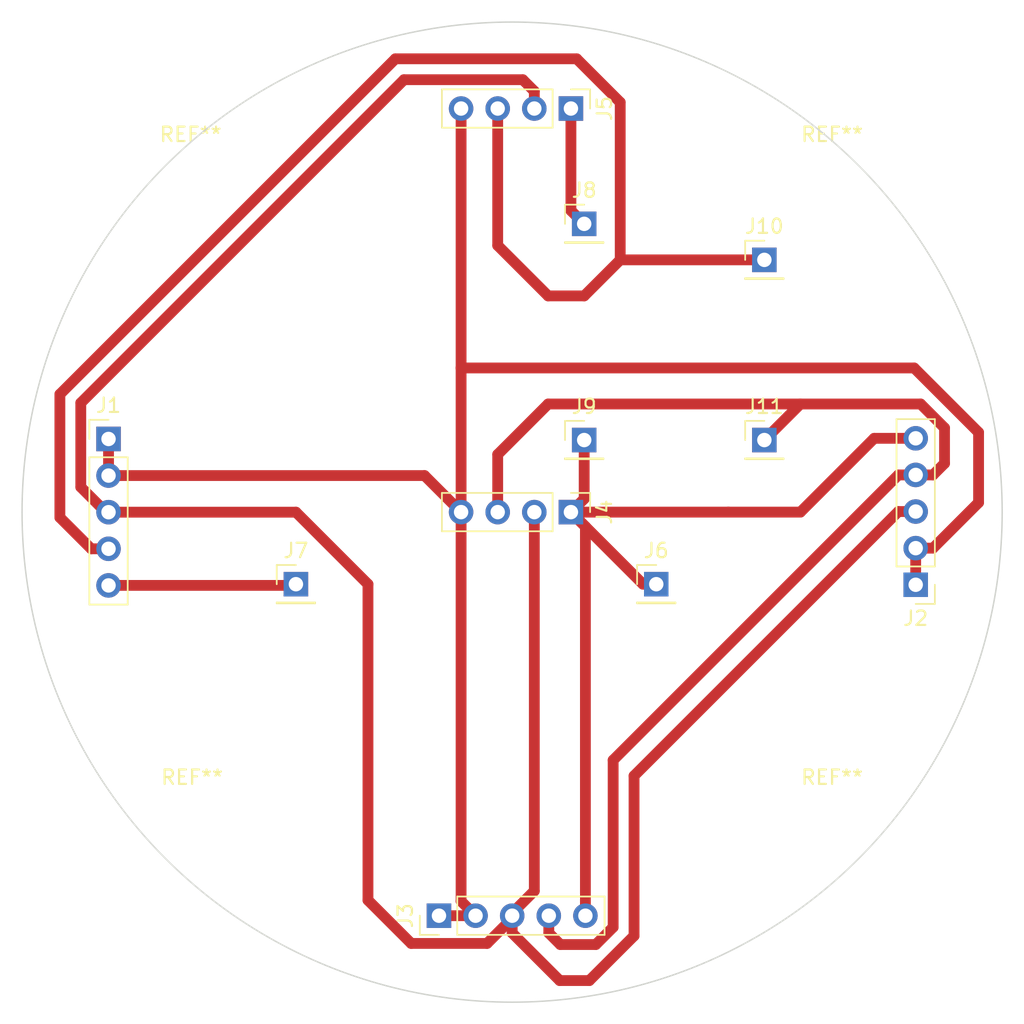
<source format=kicad_pcb>
(kicad_pcb (version 20221018) (generator pcbnew)
  (layers (0 "F.Cu" signal) (31 "B.Cu" signal) (34 "B.Paste" user) (35 "F.Paste" user) (36 "B.SilkS" user "B.Silkscreen") (37 "F.SilkS" user "F.Silkscreen") (38 "B.Mask" user) (39 "F.Mask" user) (44 "Edge.Cuts" user))
  (net 0 "")
  (net 1 "信号線")
  (net 2 "GND")
  (net 3 "5V")
  (net 4 "LED")
  (footprint "Connector_PinHeader_2.54mm:PinHeader_1x01_P2.54mm_Vertical" (layer "F.Cu") (at 155 80)
    (fp_text reference "J8" (at 0 -2.33) (layer "F.SilkS"))
    (fp_text value "Conn_01x01_Socket")
    (fp_line (start -1.33 -1.33) (end 0 -1.33) (stroke (width 0.12)) (layer "F.SilkS"))
    (fp_line (start -1.33 0) (end -1.33 -1.33) (stroke (width 0.12)) (layer "F.SilkS"))
    (fp_line (start -1.33 1.27) (end -1.33 1.33) (stroke (width 0.12)) (layer "F.SilkS"))
    (fp_line (start -1.33 1.27) (end 1.33 1.27) (stroke (width 0.12)) (layer "F.SilkS"))
    (fp_line (start -1.33 1.33) (end 1.33 1.33) (stroke (width 0.12)) (layer "F.SilkS"))
    (fp_line (start 1.33 1.27) (end 1.33 1.33) (stroke (width 0.12)) (layer "F.SilkS"))
    (pad "1" thru_hole rect (at 0 0) (size 1.7 1.7) (drill 1) (layers "*.Cu" "*.Mask") (net 4 "LED"))
  )
  (footprint "Connector_PinHeader_2.54mm:PinHeader_1x05_P2.54mm_Vertical" (layer "F.Cu") (at 122 94.925)
    (fp_text reference "J1" (at 0 -2.33) (layer "F.SilkS"))
    (fp_text value "Conn_01x05_Socket")
    (fp_line (start -1.33 -1.33) (end 0 -1.33) (stroke (width 0.12)) (layer "F.SilkS"))
    (fp_line (start -1.33 0) (end -1.33 -1.33) (stroke (width 0.12)) (layer "F.SilkS"))
    (fp_line (start -1.33 1.27) (end -1.33 11.49) (stroke (width 0.12)) (layer "F.SilkS"))
    (fp_line (start -1.33 1.27) (end 1.33 1.27) (stroke (width 0.12)) (layer "F.SilkS"))
    (fp_line (start -1.33 11.49) (end 1.33 11.49) (stroke (width 0.12)) (layer "F.SilkS"))
    (fp_line (start 1.33 1.27) (end 1.33 11.49) (stroke (width 0.12)) (layer "F.SilkS"))
    (pad "1" thru_hole rect (at 0 0) (size 1.7 1.7) (drill 1) (layers "*.Cu" "*.Mask") (net 1 "信号線"))
    (pad "2" thru_hole oval (at 0 2.54) (size 1.7 1.7) (drill 1) (layers "*.Cu" "*.Mask") (net 1 "信号線"))
    (pad "3" thru_hole oval (at 0 5.08) (size 1.7 1.7) (drill 1) (layers "*.Cu" "*.Mask") (net 2 "GND"))
    (pad "4" thru_hole oval (at 0 7.62) (size 1.7 1.7) (drill 1) (layers "*.Cu" "*.Mask") (net 3 "5V"))
    (pad "5" thru_hole oval (at 0 10.16) (size 1.7 1.7) (drill 1) (layers "*.Cu" "*.Mask") (net 4 "LED"))
  )
  (footprint "Connector_PinHeader_2.54mm:PinHeader_1x01_P2.54mm_Vertical" (layer "F.Cu") (at 167.5 95)
    (fp_text reference "J11" (at 0 -2.33) (layer "F.SilkS"))
    (fp_text value "Conn_01x01_Socket")
    (fp_line (start -1.33 -1.33) (end 0 -1.33) (stroke (width 0.12)) (layer "F.SilkS"))
    (fp_line (start -1.33 0) (end -1.33 -1.33) (stroke (width 0.12)) (layer "F.SilkS"))
    (fp_line (start -1.33 1.27) (end -1.33 1.33) (stroke (width 0.12)) (layer "F.SilkS"))
    (fp_line (start -1.33 1.27) (end 1.33 1.27) (stroke (width 0.12)) (layer "F.SilkS"))
    (fp_line (start -1.33 1.33) (end 1.33 1.33) (stroke (width 0.12)) (layer "F.SilkS"))
    (fp_line (start 1.33 1.27) (end 1.33 1.33) (stroke (width 0.12)) (layer "F.SilkS"))
    (pad "1" thru_hole rect (at 0 0) (size 1.7 1.7) (drill 1) (layers "*.Cu" "*.Mask") (net 3 "5V"))
  )
  (footprint "Connector_PinHeader_2.54mm:PinHeader_1x01_P2.54mm_Vertical" (layer "F.Cu") (at 160 105)
    (fp_text reference "J6" (at 0 -2.33) (layer "F.SilkS"))
    (fp_text value "Conn_01x01_Socket")
    (fp_line (start -1.33 -1.33) (end 0 -1.33) (stroke (width 0.12)) (layer "F.SilkS"))
    (fp_line (start -1.33 0) (end -1.33 -1.33) (stroke (width 0.12)) (layer "F.SilkS"))
    (fp_line (start -1.33 1.27) (end -1.33 1.33) (stroke (width 0.12)) (layer "F.SilkS"))
    (fp_line (start -1.33 1.27) (end 1.33 1.27) (stroke (width 0.12)) (layer "F.SilkS"))
    (fp_line (start -1.33 1.33) (end 1.33 1.33) (stroke (width 0.12)) (layer "F.SilkS"))
    (fp_line (start 1.33 1.27) (end 1.33 1.33) (stroke (width 0.12)) (layer "F.SilkS"))
    (pad "1" thru_hole rect (at 0 0) (size 1.7 1.7) (drill 1) (layers "*.Cu" "*.Mask") (net 4 "LED"))
  )
  (footprint "MountingHole:MountingHole_3.2mm_M3" (layer "F.Cu") (at 127.8 122.6)
    (fp_text reference "REF**" (at 0 -4.2) (layer "F.SilkS"))
    (fp_text value "MountingHole_3.2mm_M3")
    (pad "" np_thru_hole circle (at 0 0) (size 3.2 3.2) (drill 3.2) (layers "*.Cu" "*.Mask"))
  )
  (footprint "Connector_PinHeader_2.54mm:PinHeader_1x05_P2.54mm_Vertical" (layer "F.Cu") (at 178 105.04 180)
    (fp_text reference "J2" (at 0 -2.33) (layer "F.SilkS"))
    (fp_text value "Conn_01x05_Socket")
    (fp_line (start -1.33 -1.33) (end 0 -1.33) (stroke (width 0.12)) (layer "F.SilkS"))
    (fp_line (start -1.33 0) (end -1.33 -1.33) (stroke (width 0.12)) (layer "F.SilkS"))
    (fp_line (start -1.33 1.27) (end -1.33 11.49) (stroke (width 0.12)) (layer "F.SilkS"))
    (fp_line (start -1.33 1.27) (end 1.33 1.27) (stroke (width 0.12)) (layer "F.SilkS"))
    (fp_line (start -1.33 11.49) (end 1.33 11.49) (stroke (width 0.12)) (layer "F.SilkS"))
    (fp_line (start 1.33 1.27) (end 1.33 11.49) (stroke (width 0.12)) (layer "F.SilkS"))
    (pad "1" thru_hole rect (at 0 0 180) (size 1.7 1.7) (drill 1) (layers "*.Cu" "*.Mask") (net 1 "信号線"))
    (pad "2" thru_hole oval (at 0 2.54 180) (size 1.7 1.7) (drill 1) (layers "*.Cu" "*.Mask") (net 1 "信号線"))
    (pad "3" thru_hole oval (at 0 5.08 180) (size 1.7 1.7) (drill 1) (layers "*.Cu" "*.Mask") (net 2 "GND"))
    (pad "4" thru_hole oval (at 0 7.62 180) (size 1.7 1.7) (drill 1) (layers "*.Cu" "*.Mask") (net 3 "5V"))
    (pad "5" thru_hole oval (at 0 10.16 180) (size 1.7 1.7) (drill 1) (layers "*.Cu" "*.Mask") (net 4 "LED"))
  )
  (footprint "Connector_PinHeader_2.54mm:PinHeader_1x04_P2.54mm_Vertical" (layer "F.Cu") (at 154.08 72 -90)
    (fp_text reference "J5" (at 0 -2.33 90) (layer "F.SilkS"))
    (fp_text value "Conn_01x04_Socket")
    (fp_line (start -1.33 -1.33) (end 0 -1.33) (stroke (width 0.12)) (layer "F.SilkS"))
    (fp_line (start -1.33 0) (end -1.33 -1.33) (stroke (width 0.12)) (layer "F.SilkS"))
    (fp_line (start -1.33 1.27) (end -1.33 8.95) (stroke (width 0.12)) (layer "F.SilkS"))
    (fp_line (start -1.33 1.27) (end 1.33 1.27) (stroke (width 0.12)) (layer "F.SilkS"))
    (fp_line (start -1.33 8.95) (end 1.33 8.95) (stroke (width 0.12)) (layer "F.SilkS"))
    (fp_line (start 1.33 1.27) (end 1.33 8.95) (stroke (width 0.12)) (layer "F.SilkS"))
    (pad "1" thru_hole rect (at 0 0 270) (size 1.7 1.7) (drill 1) (layers "*.Cu" "*.Mask") (net 4 "LED"))
    (pad "2" thru_hole oval (at 0 2.54 270) (size 1.7 1.7) (drill 1) (layers "*.Cu" "*.Mask") (net 2 "GND"))
    (pad "3" thru_hole oval (at 0 5.08 270) (size 1.7 1.7) (drill 1) (layers "*.Cu" "*.Mask") (net 3 "5V"))
    (pad "4" thru_hole oval (at 0 7.62 270) (size 1.7 1.7) (drill 1) (layers "*.Cu" "*.Mask") (net 1 "信号線"))
  )
  (footprint "Connector_PinHeader_2.54mm:PinHeader_1x05_P2.54mm_Vertical" (layer "F.Cu") (at 144.925 128 90)
    (fp_text reference "J3" (at 0 -2.33 90) (layer "F.SilkS"))
    (fp_text value "Conn_01x05_Socket")
    (fp_line (start -1.33 -1.33) (end 0 -1.33) (stroke (width 0.12)) (layer "F.SilkS"))
    (fp_line (start -1.33 0) (end -1.33 -1.33) (stroke (width 0.12)) (layer "F.SilkS"))
    (fp_line (start -1.33 1.27) (end -1.33 11.49) (stroke (width 0.12)) (layer "F.SilkS"))
    (fp_line (start -1.33 1.27) (end 1.33 1.27) (stroke (width 0.12)) (layer "F.SilkS"))
    (fp_line (start -1.33 11.49) (end 1.33 11.49) (stroke (width 0.12)) (layer "F.SilkS"))
    (fp_line (start 1.33 1.27) (end 1.33 11.49) (stroke (width 0.12)) (layer "F.SilkS"))
    (pad "1" thru_hole rect (at 0 0 90) (size 1.7 1.7) (drill 1) (layers "*.Cu" "*.Mask") (net 1 "信号線"))
    (pad "2" thru_hole oval (at 0 2.54 90) (size 1.7 1.7) (drill 1) (layers "*.Cu" "*.Mask") (net 1 "信号線"))
    (pad "3" thru_hole oval (at 0 5.08 90) (size 1.7 1.7) (drill 1) (layers "*.Cu" "*.Mask") (net 2 "GND"))
    (pad "4" thru_hole oval (at 0 7.62 90) (size 1.7 1.7) (drill 1) (layers "*.Cu" "*.Mask") (net 3 "5V"))
    (pad "5" thru_hole oval (at 0 10.16 90) (size 1.7 1.7) (drill 1) (layers "*.Cu" "*.Mask") (net 4 "LED"))
  )
  (footprint "MountingHole:MountingHole_3.2mm_M3" (layer "F.Cu") (at 172.2 122.6)
    (fp_text reference "REF**" (at 0 -4.2) (layer "F.SilkS"))
    (fp_text value "MountingHole_3.2mm_M3")
    (pad "" np_thru_hole circle (at 0 0) (size 3.2 3.2) (drill 3.2) (layers "*.Cu" "*.Mask"))
  )
  (footprint "Connector_PinHeader_2.54mm:PinHeader_1x04_P2.54mm_Vertical" (layer "F.Cu") (at 154.08 100 -90)
    (fp_text reference "J4" (at 0 -2.33 90) (layer "F.SilkS"))
    (fp_text value "Conn_01x04_Socket")
    (fp_line (start -1.33 -1.33) (end 0 -1.33) (stroke (width 0.12)) (layer "F.SilkS"))
    (fp_line (start -1.33 0) (end -1.33 -1.33) (stroke (width 0.12)) (layer "F.SilkS"))
    (fp_line (start -1.33 1.27) (end -1.33 8.95) (stroke (width 0.12)) (layer "F.SilkS"))
    (fp_line (start -1.33 1.27) (end 1.33 1.27) (stroke (width 0.12)) (layer "F.SilkS"))
    (fp_line (start -1.33 8.95) (end 1.33 8.95) (stroke (width 0.12)) (layer "F.SilkS"))
    (fp_line (start 1.33 1.27) (end 1.33 8.95) (stroke (width 0.12)) (layer "F.SilkS"))
    (pad "1" thru_hole rect (at 0 0 270) (size 1.7 1.7) (drill 1) (layers "*.Cu" "*.Mask") (net 4 "LED"))
    (pad "2" thru_hole oval (at 0 2.54 270) (size 1.7 1.7) (drill 1) (layers "*.Cu" "*.Mask") (net 2 "GND"))
    (pad "3" thru_hole oval (at 0 5.08 270) (size 1.7 1.7) (drill 1) (layers "*.Cu" "*.Mask") (net 3 "5V"))
    (pad "4" thru_hole oval (at 0 7.62 270) (size 1.7 1.7) (drill 1) (layers "*.Cu" "*.Mask") (net 1 "信号線"))
  )
  (footprint "Connector_PinHeader_2.54mm:PinHeader_1x01_P2.54mm_Vertical" (layer "F.Cu") (at 167.5 82.5)
    (fp_text reference "J10" (at 0 -2.33) (layer "F.SilkS"))
    (fp_text value "Conn_01x01_Socket")
    (fp_line (start -1.33 -1.33) (end 0 -1.33) (stroke (width 0.12)) (layer "F.SilkS"))
    (fp_line (start -1.33 0) (end -1.33 -1.33) (stroke (width 0.12)) (layer "F.SilkS"))
    (fp_line (start -1.33 1.27) (end -1.33 1.33) (stroke (width 0.12)) (layer "F.SilkS"))
    (fp_line (start -1.33 1.27) (end 1.33 1.27) (stroke (width 0.12)) (layer "F.SilkS"))
    (fp_line (start -1.33 1.33) (end 1.33 1.33) (stroke (width 0.12)) (layer "F.SilkS"))
    (fp_line (start 1.33 1.27) (end 1.33 1.33) (stroke (width 0.12)) (layer "F.SilkS"))
    (pad "1" thru_hole rect (at 0 0) (size 1.7 1.7) (drill 1) (layers "*.Cu" "*.Mask") (net 3 "5V"))
  )
  (footprint "MountingHole:MountingHole_3.2mm_M3" (layer "F.Cu") (at 172.2 78)
    (fp_text reference "REF**" (at 0 -4.2) (layer "F.SilkS"))
    (fp_text value "MountingHole_3.2mm_M3")
    (pad "" np_thru_hole circle (at 0 0) (size 3.2 3.2) (drill 3.2) (layers "*.Cu" "*.Mask"))
  )
  (footprint "Connector_PinHeader_2.54mm:PinHeader_1x01_P2.54mm_Vertical" (layer "F.Cu") (at 155 95)
    (fp_text reference "J9" (at 0 -2.33) (layer "F.SilkS"))
    (fp_text value "Conn_01x01_Socket")
    (fp_line (start -1.33 -1.33) (end 0 -1.33) (stroke (width 0.12)) (layer "F.SilkS"))
    (fp_line (start -1.33 0) (end -1.33 -1.33) (stroke (width 0.12)) (layer "F.SilkS"))
    (fp_line (start -1.33 1.27) (end -1.33 1.33) (stroke (width 0.12)) (layer "F.SilkS"))
    (fp_line (start -1.33 1.27) (end 1.33 1.27) (stroke (width 0.12)) (layer "F.SilkS"))
    (fp_line (start -1.33 1.33) (end 1.33 1.33) (stroke (width 0.12)) (layer "F.SilkS"))
    (fp_line (start 1.33 1.27) (end 1.33 1.33) (stroke (width 0.12)) (layer "F.SilkS"))
    (pad "1" thru_hole rect (at 0 0) (size 1.7 1.7) (drill 1) (layers "*.Cu" "*.Mask") (net 4 "LED"))
  )
  (footprint "MountingHole:MountingHole_3.2mm_M3" (layer "F.Cu") (at 127.7 78)
    (fp_text reference "REF**" (at 0 -4.2) (layer "F.SilkS"))
    (fp_text value "MountingHole_3.2mm_M3")
    (pad "" np_thru_hole circle (at 0 0) (size 3.2 3.2) (drill 3.2) (layers "*.Cu" "*.Mask"))
  )
  (footprint "Connector_PinHeader_2.54mm:PinHeader_1x01_P2.54mm_Vertical" (layer "F.Cu") (at 135 105)
    (fp_text reference "J7" (at 0 -2.33) (layer "F.SilkS"))
    (fp_text value "Conn_01x01_Socket")
    (fp_line (start -1.33 -1.33) (end 0 -1.33) (stroke (width 0.12)) (layer "F.SilkS"))
    (fp_line (start -1.33 0) (end -1.33 -1.33) (stroke (width 0.12)) (layer "F.SilkS"))
    (fp_line (start -1.33 1.27) (end -1.33 1.33) (stroke (width 0.12)) (layer "F.SilkS"))
    (fp_line (start -1.33 1.27) (end 1.33 1.27) (stroke (width 0.12)) (layer "F.SilkS"))
    (fp_line (start -1.33 1.33) (end 1.33 1.33) (stroke (width 0.12)) (layer "F.SilkS"))
    (fp_line (start 1.33 1.27) (end 1.33 1.33) (stroke (width 0.12)) (layer "F.SilkS"))
    (pad "1" thru_hole rect (at 0 0) (size 1.7 1.7) (drill 1) (layers "*.Cu" "*.Mask") (net 4 "LED"))
  )
  (gr_circle (center 150 100) (end 184 100) (stroke (width 0.1)) (fill none) (layer "Edge.Cuts"))
  (segment (start 147.465 128) (end 146.46 126.995) (width 0.75) (layer "F.Cu") (net 1))
  (segment (start 146.46 100) (end 143.925 97.465) (width 0.75) (layer "F.Cu") (net 1))
  (segment (start 146.46 90) (end 146.46 100) (width 0.75) (layer "F.Cu") (net 1))
  (segment (start 182.362056 99.340025) (end 182.362056 94.469084) (width 0.75) (layer "F.Cu") (net 1))
  (segment (start 146.46 126.995) (end 146.46 100) (width 0.75) (layer "F.Cu") (net 1))
  (segment (start 179.202081 102.5) (end 182.362056 99.340025) (width 0.75) (layer "F.Cu") (net 1))
  (segment (start 144.925 128) (end 147.465 128) (width 0.75) (layer "F.Cu") (net 1))
  (segment (start 182.362056 94.469084) (end 177.892972 90) (width 0.75) (layer "F.Cu") (net 1))
  (segment (start 146.46 72) (end 146.46 90) (width 0.75) (layer "F.Cu") (net 1))
  (segment (start 178 105.04) (end 178 102.5) (width 0.75) (layer "F.Cu") (net 1))
  (segment (start 177.892972 90) (end 146.46 90) (width 0.75) (layer "F.Cu") (net 1))
  (segment (start 122 94.925) (end 122 97.465) (width 0.75) (layer "F.Cu") (net 1))
  (segment (start 178 102.5) (end 179.202081 102.5) (width 0.75) (layer "F.Cu") (net 1))
  (segment (start 143.925 97.465) (end 122 97.465) (width 0.75) (layer "F.Cu") (net 1))
  (segment (start 143 129.925) (end 148.262362 129.925) (width 0.75) (layer "F.Cu") (net 2))
  (segment (start 176.797919 99.96) (end 158.46 118.297919) (width 0.75) (layer "F.Cu") (net 2))
  (segment (start 150.742081 70) (end 142.5 70) (width 0.75) (layer "F.Cu") (net 2))
  (segment (start 135.005 100.005) (end 140 105) (width 0.75) (layer "F.Cu") (net 2))
  (segment (start 140 105) (end 140 126.925) (width 0.75) (layer "F.Cu") (net 2))
  (segment (start 148.262362 129.925) (end 150.005 128.182362) (width 0.75) (layer "F.Cu") (net 2))
  (segment (start 150.005 127.817638) (end 150.005 128) (width 0.75) (layer "F.Cu") (net 2))
  (segment (start 151.54 72) (end 151.54 70.797919) (width 0.75) (layer "F.Cu") (net 2))
  (segment (start 150.005 128.182362) (end 150.005 128) (width 0.75) (layer "F.Cu") (net 2))
  (segment (start 120.075 98.262362) (end 121.817638 100.005) (width 0.75) (layer "F.Cu") (net 2))
  (segment (start 142.5 70) (end 120.075 92.425) (width 0.75) (layer "F.Cu") (net 2))
  (segment (start 158.46 118.297919) (end 158.46 129.397972) (width 0.75) (layer "F.Cu") (net 2))
  (segment (start 120.075 92.425) (end 120.075 98.262362) (width 0.75) (layer "F.Cu") (net 2))
  (segment (start 150.005 129.202081) (end 150.005 128) (width 0.75) (layer "F.Cu") (net 2))
  (segment (start 153.302919 132.5) (end 150.005 129.202081) (width 0.75) (layer "F.Cu") (net 2))
  (segment (start 140 126.925) (end 143 129.925) (width 0.75) (layer "F.Cu") (net 2))
  (segment (start 151.54 70.797919) (end 150.742081 70) (width 0.75) (layer "F.Cu") (net 2))
  (segment (start 151.54 126.282638) (end 150.005 127.817638) (width 0.75) (layer "F.Cu") (net 2))
  (segment (start 178 99.96) (end 176.797919 99.96) (width 0.75) (layer "F.Cu") (net 2))
  (segment (start 155.357972 132.5) (end 153.302919 132.5) (width 0.75) (layer "F.Cu") (net 2))
  (segment (start 151.54 100) (end 151.54 126.282638) (width 0.75) (layer "F.Cu") (net 2))
  (segment (start 158.46 129.397972) (end 155.357972 132.5) (width 0.75) (layer "F.Cu") (net 2))
  (segment (start 122 100.005) (end 135.005 100.005) (width 0.75) (layer "F.Cu") (net 2))
  (segment (start 121.817638 100.005) (end 122 100.005) (width 0.75) (layer "F.Cu") (net 2))
  (segment (start 152.5 85) (end 149 81.5) (width 0.75) (layer "F.Cu") (net 3))
  (segment (start 152.5 92.5) (end 149 96) (width 0.75) (layer "F.Cu") (net 3))
  (segment (start 179.202081 97.42) (end 180 96.622081) (width 0.75) (layer "F.Cu") (net 3))
  (segment (start 120.797919 102.545) (end 118.625 100.372081) (width 0.75) (layer "F.Cu") (net 3))
  (segment (start 149 81.5) (end 149 72) (width 0.75) (layer "F.Cu") (net 3))
  (segment (start 178 97.42) (end 179.202081 97.42) (width 0.75) (layer "F.Cu") (net 3))
  (segment (start 167.5 82.5) (end 157.5 82.5) (width 0.75) (layer "F.Cu") (net 3))
  (segment (start 141.89939 68.55) (end 154.48 68.55) (width 0.75) (layer "F.Cu") (net 3))
  (segment (start 149 96) (end 149 100) (width 0.75) (layer "F.Cu") (net 3))
  (segment (start 154.48 68.55) (end 157.5 71.57) (width 0.75) (layer "F.Cu") (net 3))
  (segment (start 178 97.42) (end 176.797919 97.42) (width 0.75) (layer "F.Cu") (net 3))
  (segment (start 176.797919 97.42) (end 157.01 117.207919) (width 0.75) (layer "F.Cu") (net 3))
  (segment (start 155.807362 130) (end 153.342919 130) (width 0.75) (layer "F.Cu") (net 3))
  (segment (start 122 102.545) (end 120.797919 102.545) (width 0.75) (layer "F.Cu") (net 3))
  (segment (start 178.342362 92.5) (end 152.5 92.5) (width 0.75) (layer "F.Cu") (net 3))
  (segment (start 180 94.157638) (end 178.342362 92.5) (width 0.75) (layer "F.Cu") (net 3))
  (segment (start 153.342919 130) (end 152.545 129.202081) (width 0.75) (layer "F.Cu") (net 3))
  (segment (start 118.625 91.82439) (end 141.89939 68.55) (width 0.75) (layer "F.Cu") (net 3))
  (segment (start 157.5 82.5) (end 155 85) (width 0.75) (layer "F.Cu") (net 3))
  (segment (start 152.545 129.202081) (end 152.545 128) (width 0.75) (layer "F.Cu") (net 3))
  (segment (start 157.01 128.797362) (end 155.807362 130) (width 0.75) (layer "F.Cu") (net 3))
  (segment (start 157.01 117.207919) (end 157.01 128.797362) (width 0.75) (layer "F.Cu") (net 3))
  (segment (start 118.625 100.372081) (end 118.625 91.82439) (width 0.75) (layer "F.Cu") (net 3))
  (segment (start 157.5 71.57) (end 157.5 82.5) (width 0.75) (layer "F.Cu") (net 3))
  (segment (start 167.5 95) (end 170 92.5) (width 0.75) (layer "F.Cu") (net 3))
  (segment (start 180 96.622081) (end 180 94.157638) (width 0.75) (layer "F.Cu") (net 3))
  (segment (start 155 85) (end 152.5 85) (width 0.75) (layer "F.Cu") (net 3))
  (segment (start 155.085 101.005) (end 155.085 128) (width 0.75) (layer "F.Cu") (net 4))
  (segment (start 154.08 72) (end 154.08 79.08) (width 0.75) (layer "F.Cu") (net 4))
  (segment (start 154.08 79.08) (end 155 80) (width 0.75) (layer "F.Cu") (net 4))
  (segment (start 155 99.08) (end 154.08 100) (width 0.75) (layer "F.Cu") (net 4))
  (segment (start 122 105.085) (end 134.915 105.085) (width 0.75) (layer "F.Cu") (net 4))
  (segment (start 159.08 105) (end 154.08 100) (width 0.75) (layer "F.Cu") (net 4))
  (segment (start 165 100) (end 170 100) (width 0.75) (layer "F.Cu") (net 4))
  (segment (start 154.08 100) (end 155.085 101.005) (width 0.75) (layer "F.Cu") (net 4))
  (segment (start 165 100) (end 154.08 100) (width 0.75) (layer "F.Cu") (net 4))
  (segment (start 170 100) (end 175.12 94.88) (width 0.75) (layer "F.Cu") (net 4))
  (segment (start 175.12 94.88) (end 178 94.88) (width 0.75) (layer "F.Cu") (net 4))
  (segment (start 155 95) (end 155 99.08) (width 0.75) (layer "F.Cu") (net 4))
  (segment (start 160 105) (end 159.08 105) (width 0.75) (layer "F.Cu") (net 4))
  (segment (start 134.915 105.085) (end 135 105) (width 0.75) (layer "F.Cu") (net 4))
)
</source>
